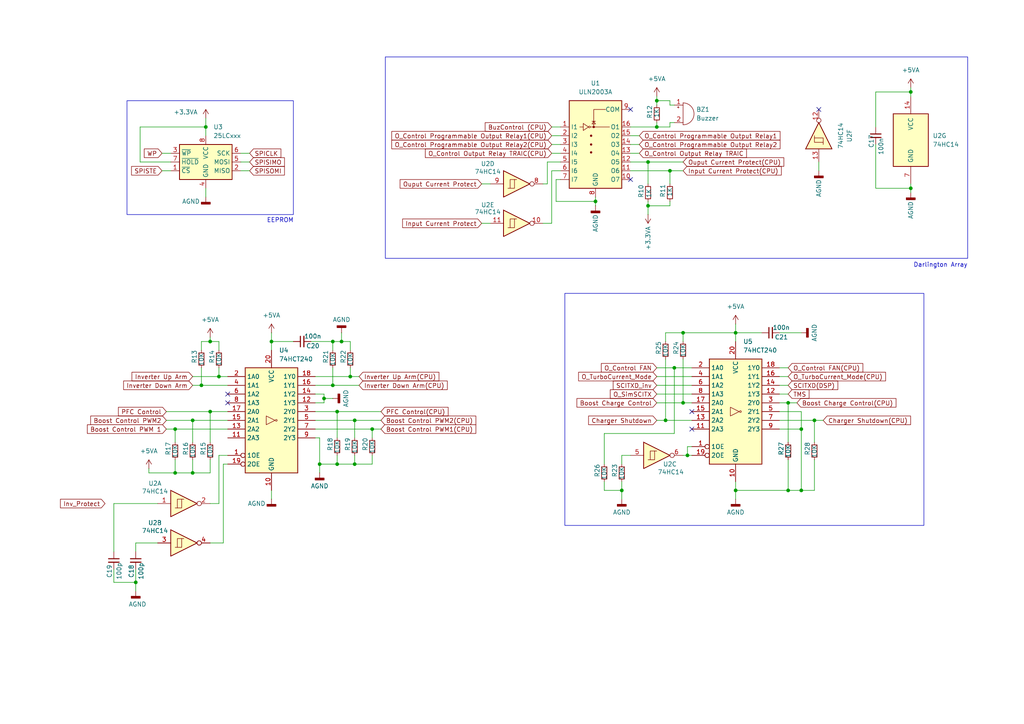
<source format=kicad_sch>
(kicad_sch (version 20231120) (generator "eeschema") (generator_version "8.0")
  (paper "A4")
  (lib_symbols
    (symbol "74xx:74HC14" (pin_names (offset 1.016))
      (property "Reference" "U" (at 0 1.27 0))
      (property "Value" "74HC14" (at 0 -1.27 0))
      (symbol "74HC14_1_0"
        (polyline (pts (xy -3.81 3.81) (xy -3.81 -3.81) (xy 3.81 0) (xy -3.81 3.81)) (stroke (width 0.254)) (fill (type background)))
        (pin input line (at -7.62 0 0) (length 3.81) (name "~") (number "1"))
        (pin output inverted (at 7.62 0 180) (length 3.81) (name "~") (number "2"))
      )
      (symbol "74HC14_1_1"
        (polyline (pts (xy -1.905 -1.27) (xy -1.905 1.27) (xy -0.635 1.27)))
        (polyline (pts (xy -2.54 -1.27) (xy -0.635 -1.27) (xy -0.635 1.27) (xy 0 1.27)))
      )
      (symbol "74HC14_2_0"
        (polyline (pts (xy -3.81 3.81) (xy -3.81 -3.81) (xy 3.81 0) (xy -3.81 3.81)) (stroke (width 0.254)) (fill (type background)))
        (pin input line (at -7.62 0 0) (length 3.81) (name "~") (number "3"))
        (pin output inverted (at 7.62 0 180) (length 3.81) (name "~") (number "4"))
      )
      (symbol "74HC14_2_1"
        (polyline (pts (xy -1.905 -1.27) (xy -1.905 1.27) (xy -0.635 1.27)))
        (polyline (pts (xy -2.54 -1.27) (xy -0.635 -1.27) (xy -0.635 1.27) (xy 0 1.27)))
      )
      (symbol "74HC14_3_0"
        (polyline (pts (xy -3.81 3.81) (xy -3.81 -3.81) (xy 3.81 0) (xy -3.81 3.81)) (stroke (width 0.254)) (fill (type background)))
        (pin input line (at -7.62 0 0) (length 3.81) (name "~") (number "5"))
        (pin output inverted (at 7.62 0 180) (length 3.81) (name "~") (number "6"))
      )
      (symbol "74HC14_3_1"
        (polyline (pts (xy -1.905 -1.27) (xy -1.905 1.27) (xy -0.635 1.27)))
        (polyline (pts (xy -2.54 -1.27) (xy -0.635 -1.27) (xy -0.635 1.27) (xy 0 1.27)))
      )
      (symbol "74HC14_4_0"
        (polyline (pts (xy -3.81 3.81) (xy -3.81 -3.81) (xy 3.81 0) (xy -3.81 3.81)) (stroke (width 0.254)) (fill (type background)))
        (pin output inverted (at 7.62 0 180) (length 3.81) (name "~") (number "8"))
        (pin input line (at -7.62 0 0) (length 3.81) (name "~") (number "9"))
      )
      (symbol "74HC14_4_1"
        (polyline (pts (xy -1.905 -1.27) (xy -1.905 1.27) (xy -0.635 1.27)))
        (polyline (pts (xy -2.54 -1.27) (xy -0.635 -1.27) (xy -0.635 1.27) (xy 0 1.27)))
      )
      (symbol "74HC14_5_0"
        (polyline (pts (xy -3.81 3.81) (xy -3.81 -3.81) (xy 3.81 0) (xy -3.81 3.81)) (stroke (width 0.254)) (fill (type background)))
        (pin output inverted (at 7.62 0 180) (length 3.81) (name "~") (number "10"))
        (pin input line (at -7.62 0 0) (length 3.81) (name "~") (number "11"))
      )
      (symbol "74HC14_5_1"
        (polyline (pts (xy -1.905 -1.27) (xy -1.905 1.27) (xy -0.635 1.27)))
        (polyline (pts (xy -2.54 -1.27) (xy -0.635 -1.27) (xy -0.635 1.27) (xy 0 1.27)))
      )
      (symbol "74HC14_6_0"
        (polyline (pts (xy -3.81 3.81) (xy -3.81 -3.81) (xy 3.81 0) (xy -3.81 3.81)) (stroke (width 0.254)) (fill (type background)))
        (pin output inverted (at 7.62 0 180) (length 3.81) (name "~") (number "12"))
        (pin input line (at -7.62 0 0) (length 3.81) (name "~") (number "13"))
      )
      (symbol "74HC14_6_1"
        (polyline (pts (xy -1.905 -1.27) (xy -1.905 1.27) (xy -0.635 1.27)))
        (polyline (pts (xy -2.54 -1.27) (xy -0.635 -1.27) (xy -0.635 1.27) (xy 0 1.27)))
      )
      (symbol "74HC14_7_0"
        (pin power_in line (at 0 12.7 270) (length 5.08) (name "VCC") (number "14"))
        (pin power_in line (at 0 -12.7 90) (length 5.08) (name "GND") (number "7"))
      )
      (symbol "74HC14_7_1"
        (rectangle (start -5.08 7.62) (end 5.08 -7.62) (stroke (width 0.254)) (fill (type background)))
      )
    )
    (symbol "74xx:74HCT240"
      (property "Reference" "U" (at -7.62 16.51 0))
      (property "Value" "74HCT240" (at -7.62 -16.51 0))
      (symbol "74HCT240_1_0"
        (polyline (pts (xy 1.016 0) (xy -1.524 1.27) (xy -1.524 -1.27) (xy 1.016 0)) (stroke (width 0.1524)))
        (circle (center 1.397 0) (radius 0.254) (stroke (width 0.1524)))
        (pin input inverted (at -12.7 -10.16 0) (length 5.08) (name "1OE") (number "1"))
        (pin power_in line (at 0 -20.32 90) (length 5.08) (name "GND") (number "10"))
        (pin input line (at -12.7 -5.08 0) (length 5.08) (name "2A3") (number "11"))
        (pin tri_state line (at 12.7 5.08 180) (length 5.08) (name "1Y3") (number "12"))
        (pin input line (at -12.7 -2.54 0) (length 5.08) (name "2A2") (number "13"))
        (pin tri_state line (at 12.7 7.62 180) (length 5.08) (name "1Y2") (number "14"))
        (pin input line (at -12.7 0 0) (length 5.08) (name "2A1") (number "15"))
        (pin tri_state line (at 12.7 10.16 180) (length 5.08) (name "1Y1") (number "16"))
        (pin input line (at -12.7 2.54 0) (length 5.08) (name "2A0") (number "17"))
        (pin tri_state line (at 12.7 12.7 180) (length 5.08) (name "1Y0") (number "18"))
        (pin input inverted (at -12.7 -12.7 0) (length 5.08) (name "2OE") (number "19"))
        (pin input line (at -12.7 12.7 0) (length 5.08) (name "1A0") (number "2"))
        (pin power_in line (at 0 20.32 270) (length 5.08) (name "VCC") (number "20"))
        (pin tri_state line (at 12.7 2.54 180) (length 5.08) (name "2Y0") (number "3"))
        (pin input line (at -12.7 10.16 0) (length 5.08) (name "1A1") (number "4"))
        (pin tri_state line (at 12.7 0 180) (length 5.08) (name "2Y1") (number "5"))
        (pin input line (at -12.7 7.62 0) (length 5.08) (name "1A2") (number "6"))
        (pin tri_state line (at 12.7 -2.54 180) (length 5.08) (name "2Y2") (number "7"))
        (pin input line (at -12.7 5.08 0) (length 5.08) (name "1A3") (number "8"))
        (pin tri_state line (at 12.7 -5.08 180) (length 5.08) (name "2Y3") (number "9"))
      )
      (symbol "74HCT240_1_1"
        (rectangle (start -7.62 15.24) (end 7.62 -15.24) (stroke (width 0.254)) (fill (type background)))
      )
    )
    (symbol "Device:Buzzer" (pin_names (offset 0.0254) hide)
      (property "Reference" "BZ" (at 3.81 1.27 0))
      (property "Value" "Buzzer" (at 3.81 -1.27 0))
      (symbol "Buzzer_0_1"
        (arc (start 0 -3.175) (mid 3.1612 0) (end 0 3.175))
        (polyline (pts (xy -1.651 1.905) (xy -1.143 1.905)))
        (polyline (pts (xy -1.397 2.159) (xy -1.397 1.651)))
        (polyline (pts (xy 0 3.175) (xy 0 -3.175)))
      )
      (symbol "Buzzer_1_1"
        (pin passive line (at -2.54 2.54 0) (length 2.54) (name "+") (number "1"))
        (pin passive line (at -2.54 -2.54 0) (length 2.54) (name "-") (number "2"))
      )
    )
    (symbol "Device:C_Small" (pin_numbers hide) (pin_names (offset 0.254) hide)
      (property "Reference" "C" (at 0.254 1.778 0))
      (property "Value" "C_Small" (at 0.254 -2.032 0))
      (symbol "C_Small_0_1"
        (polyline (pts (xy -1.524 -0.508) (xy 1.524 -0.508)) (stroke (width 0.3302)))
        (polyline (pts (xy -1.524 0.508) (xy 1.524 0.508)) (stroke (width 0.3048)))
      )
      (symbol "C_Small_1_1"
        (pin passive line (at 0 2.54 270) (length 2.032) (name "~") (number "1"))
        (pin passive line (at 0 -2.54 90) (length 2.032) (name "~") (number "2"))
      )
    )
    (symbol "Device:R_Small" (pin_numbers hide) (pin_names (offset 0.254) hide)
      (property "Reference" "R" (at 0.762 0.508 0))
      (property "Value" "R_Small" (at 0.762 -1.016 0))
      (symbol "R_Small_0_1"
        (rectangle (start -0.762 1.778) (end 0.762 -1.778) (stroke (width 0.2032)))
      )
      (symbol "R_Small_1_1"
        (pin passive line (at 0 2.54 270) (length 0.762) (name "~") (number "1"))
        (pin passive line (at 0 -2.54 90) (length 0.762) (name "~") (number "2"))
      )
    )
    (symbol "Memory_EEPROM:25LCxxx"
      (property "Reference" "U" (at -7.62 6.35 0))
      (property "Value" "25LCxxx" (at 2.54 -6.35 0))
      (symbol "25LCxxx_1_1"
        (rectangle (start -7.62 5.08) (end 7.62 -5.08) (stroke (width 0.254)) (fill (type background)))
        (pin input line (at -10.16 -2.54 0) (length 2.54) (name "~{CS}") (number "1"))
        (pin tri_state line (at 10.16 -2.54 180) (length 2.54) (name "MISO") (number "2"))
        (pin input line (at -10.16 2.54 0) (length 2.54) (name "~{WP}") (number "3"))
        (pin power_in line (at 0 -7.62 90) (length 2.54) (name "GND") (number "4"))
        (pin input line (at 10.16 0 180) (length 2.54) (name "MOSI") (number "5"))
        (pin input line (at 10.16 2.54 180) (length 2.54) (name "SCK") (number "6"))
        (pin input line (at -10.16 0 0) (length 2.54) (name "~{HOLD}") (number "7"))
        (pin power_in line (at 0 7.62 270) (length 2.54) (name "VCC") (number "8"))
      )
    )
    (symbol "Transistor_Array:ULN2003A"
      (property "Reference" "U" (at 0 15.875 0))
      (property "Value" "ULN2003A" (at 0 13.97 0))
      (symbol "ULN2003A_0_1"
        (rectangle (start -7.62 -12.7) (end 7.62 12.7) (stroke (width 0.254)) (fill (type background)))
        (circle (center -1.778 5.08) (radius 0.254))
        (circle (center -1.27 -2.286) (radius 0.254) (fill (type outline)))
        (circle (center -1.27 0) (radius 0.254) (fill (type outline)))
        (circle (center -1.27 2.54) (radius 0.254) (fill (type outline)))
        (circle (center -0.508 5.08) (radius 0.254) (fill (type outline)))
        (polyline (pts (xy -4.572 5.08) (xy -3.556 5.08)))
        (polyline (pts (xy -1.524 5.08) (xy 4.064 5.08)))
        (polyline (pts (xy 0 6.731) (xy -1.016 6.731)))
        (polyline (pts (xy -0.508 5.08) (xy -0.508 10.16) (xy 2.921 10.16)))
        (polyline (pts (xy -3.556 6.096) (xy -3.556 4.064) (xy -2.032 5.08) (xy -3.556 6.096)))
        (polyline (pts (xy 0 5.969) (xy -1.016 5.969) (xy -0.508 6.731) (xy 0 5.969)))
      )
      (symbol "ULN2003A_1_1"
        (pin input line (at -10.16 5.08 0) (length 2.54) (name "I1") (number "1"))
        (pin open_collector line (at 10.16 -10.16 180) (length 2.54) (name "O7") (number "10"))
        (pin open_collector line (at 10.16 -7.62 180) (length 2.54) (name "O6") (number "11"))
        (pin open_collector line (at 10.16 -5.08 180) (length 2.54) (name "O5") (number "12"))
        (pin open_collector line (at 10.16 -2.54 180) (length 2.54) (name "O4") (number "13"))
        (pin open_collector line (at 10.16 0 180) (length 2.54) (name "O3") (number "14"))
        (pin open_collector line (at 10.16 2.54 180) (length 2.54) (name "O2") (number "15"))
        (pin open_collector line (at 10.16 5.08 180) (length 2.54) (name "O1") (number "16"))
        (pin input line (at -10.16 2.54 0) (length 2.54) (name "I2") (number "2"))
        (pin input line (at -10.16 0 0) (length 2.54) (name "I3") (number "3"))
        (pin input line (at -10.16 -2.54 0) (length 2.54) (name "I4") (number "4"))
        (pin input line (at -10.16 -5.08 0) (length 2.54) (name "I5") (number "5"))
        (pin input line (at -10.16 -7.62 0) (length 2.54) (name "I6") (number "6"))
        (pin input line (at -10.16 -10.16 0) (length 2.54) (name "I7") (number "7"))
        (pin power_in line (at 0 -15.24 90) (length 2.54) (name "GND") (number "8"))
        (pin passive line (at 10.16 10.16 180) (length 2.54) (name "COM") (number "9"))
      )
    )
    (symbol "power:+3.3VA" (power) (pin_numbers hide) (pin_names (offset 0) hide)
      (property "Value" "+3.3VA" (at 0 3.556 0))
      (symbol "+3.3VA_0_1"
        (polyline (pts (xy -0.762 1.27) (xy 0 2.54)))
        (polyline (pts (xy 0 0) (xy 0 2.54)))
        (polyline (pts (xy 0 2.54) (xy 0.762 1.27)))
      )
      (symbol "+3.3VA_1_1"
        (pin power_in line (at 0 0 90) (length 0) (name "~") (number "1"))
      )
    )
    (symbol "power:+5VA" (power) (pin_numbers hide) (pin_names (offset 0) hide)
      (property "Value" "+5VA" (at 0 3.556 0))
      (symbol "+5VA_0_1"
        (polyline (pts (xy -0.762 1.27) (xy 0 2.54)))
        (polyline (pts (xy 0 0) (xy 0 2.54)))
        (polyline (pts (xy 0 2.54) (xy 0.762 1.27)))
      )
      (symbol "+5VA_1_1"
        (pin power_in line (at 0 0 90) (length 0) (name "~") (number "1"))
      )
    )
    (symbol "power:GNDD" (power) (pin_numbers hide) (pin_names (offset 0) hide)
      (property "Value" "GNDD" (at 0 -3.175 0))
      (symbol "GNDD_0_1"
        (rectangle (start -1.27 -1.524) (end 1.27 -2.032) (stroke (width 0.254)) (fill (type outline)))
        (polyline (pts (xy 0 0) (xy 0 -1.524)))
      )
      (symbol "GNDD_1_1"
        (pin power_in line (at 0 0 270) (length 0) (name "~") (number "1"))
      )
    )
  )
  (junction (at 198.12 116.84))
  (junction (at 213.36 142.24))
  (junction (at 228.6 116.84))
  (junction (at 102.87 134.62))
  (junction (at 39.37 168.91))
  (junction (at 180.34 142.24))
  (junction (at 193.04 121.92))
  (junction (at 194.31 49.53))
  (junction (at 107.95 124.46))
  (junction (at 190.5 36.83))
  (junction (at 60.96 99.06))
  (junction (at 172.72 58.42))
  (junction (at 190.5 29.21))
  (junction (at 232.41 124.46))
  (junction (at 50.8 137.16))
  (junction (at 198.12 96.52))
  (junction (at 96.52 111.76))
  (junction (at 236.22 121.92))
  (junction (at 78.74 99.06))
  (junction (at 187.96 46.99))
  (junction (at 228.6 142.24))
  (junction (at 60.96 119.38))
  (junction (at 97.79 119.38))
  (junction (at 55.88 137.16))
  (junction (at 93.98 115.57))
  (junction (at 92.71 134.62))
  (junction (at 58.42 111.76))
  (junction (at 55.88 121.92))
  (junction (at 195.58 106.68))
  (junction (at 96.52 99.06))
  (junction (at 99.06 99.06))
  (junction (at 232.41 142.24))
  (junction (at 59.69 36.83))
  (junction (at 264.16 26.67))
  (junction (at 63.5 109.22))
  (junction (at 50.8 124.46))
  (junction (at 101.6 109.22))
  (junction (at 102.87 121.92))
  (junction (at 264.16 54.61))
  (junction (at 213.36 96.52))
  (junction (at 199.39 132.08))
  (junction (at 187.96 59.69))
  (junction (at 97.79 134.62))
  (no_connect (at 66.04 114.3))
  (no_connect (at 66.04 116.84))
  (no_connect (at 237.49 31.75))
  (no_connect (at 182.88 31.75))
  (no_connect (at 200.66 119.38))
  (no_connect (at 200.66 124.46))
  (no_connect (at 182.88 52.07))
  (wire (pts (xy 190.5 114.3) (xy 200.66 114.3)))
  (wire (pts (xy 226.06 96.52) (xy 232.41 96.52)))
  (wire (pts (xy 85.09 99.06) (xy 78.74 99.06)))
  (wire (pts (xy 63.5 109.22) (xy 66.04 109.22)))
  (wire (pts (xy 195.58 35.56) (xy 194.31 35.56)))
  (wire (pts (xy 64.77 134.62) (xy 64.77 157.48)))
  (wire (pts (xy 102.87 134.62) (xy 97.79 134.62)))
  (wire (pts (xy 160.02 36.83) (xy 162.56 36.83)))
  (wire (pts (xy 213.36 93.98) (xy 213.36 96.52)))
  (wire (pts (xy 199.39 129.54) (xy 199.39 132.08)))
  (wire (pts (xy 60.96 119.38) (xy 66.04 119.38)))
  (wire (pts (xy 193.04 96.52) (xy 198.12 96.52)))
  (wire (pts (xy 198.12 104.14) (xy 198.12 116.84)))
  (wire (pts (xy 160.02 39.37) (xy 162.56 39.37)))
  (wire (pts (xy 69.85 44.45) (xy 72.39 44.45)))
  (wire (pts (xy 194.31 36.83) (xy 190.5 36.83)))
  (wire (pts (xy 194.31 29.21) (xy 190.5 29.21)))
  (wire (pts (xy 236.22 133.35) (xy 236.22 142.24)))
  (wire (pts (xy 228.6 133.35) (xy 228.6 142.24)))
  (wire (pts (xy 190.5 27.94) (xy 190.5 29.21)))
  (wire (pts (xy 66.04 132.08) (xy 63.5 132.08)))
  (wire (pts (xy 101.6 109.22) (xy 104.14 109.22)))
  (wire (pts (xy 182.88 41.91) (xy 185.42 41.91)))
  (wire (pts (xy 50.8 124.46) (xy 50.8 128.27)))
  (wire (pts (xy 55.88 133.35) (xy 55.88 137.16)))
  (wire (pts (xy 187.96 59.69) (xy 187.96 62.23)))
  (wire (pts (xy 55.88 137.16) (xy 50.8 137.16)))
  (wire (pts (xy 60.96 146.05) (xy 63.5 146.05)))
  (wire (pts (xy 193.04 121.92) (xy 200.66 121.92)))
  (wire (pts (xy 110.49 124.46) (xy 107.95 124.46)))
  (wire (pts (xy 236.22 121.92) (xy 238.76 121.92)))
  (wire (pts (xy 194.31 30.48) (xy 194.31 29.21)))
  (wire (pts (xy 226.06 114.3) (xy 228.6 114.3)))
  (wire (pts (xy 107.95 134.62) (xy 102.87 134.62)))
  (wire (pts (xy 45.72 146.05) (xy 33.02 146.05)))
  (wire (pts (xy 226.06 116.84) (xy 228.6 116.84)))
  (wire (pts (xy 172.72 57.15) (xy 172.72 58.42)))
  (wire (pts (xy 92.71 127) (xy 91.44 127)))
  (wire (pts (xy 46.99 44.45) (xy 49.53 44.45)))
  (wire (pts (xy 96.52 99.06) (xy 99.06 99.06)))
  (wire (pts (xy 228.6 142.24) (xy 213.36 142.24)))
  (wire (pts (xy 55.88 109.22) (xy 63.5 109.22)))
  (wire (pts (xy 232.41 142.24) (xy 228.6 142.24)))
  (wire (pts (xy 213.36 142.24) (xy 213.36 144.78)))
  (wire (pts (xy 161.29 52.07) (xy 161.29 58.42)))
  (wire (pts (xy 50.8 133.35) (xy 50.8 137.16)))
  (wire (pts (xy 33.02 146.05) (xy 33.02 160.02)))
  (wire (pts (xy 55.88 121.92) (xy 55.88 128.27)))
  (wire (pts (xy 194.31 35.56) (xy 194.31 36.83)))
  (wire (pts (xy 226.06 106.68) (xy 228.6 106.68)))
  (wire (pts (xy 45.72 157.48) (xy 39.37 157.48)))
  (wire (pts (xy 139.7 53.34) (xy 142.24 53.34)))
  (wire (pts (xy 232.41 119.38) (xy 232.41 124.46)))
  (wire (pts (xy 264.16 26.67) (xy 264.16 27.94)))
  (wire (pts (xy 190.5 29.21) (xy 190.5 30.48)))
  (wire (pts (xy 69.85 49.53) (xy 72.39 49.53)))
  (wire (pts (xy 162.56 52.07) (xy 161.29 52.07)))
  (wire (pts (xy 92.71 127) (xy 92.71 134.62)))
  (wire (pts (xy 102.87 121.92) (xy 102.87 127)))
  (wire (pts (xy 101.6 106.68) (xy 101.6 109.22)))
  (wire (pts (xy 50.8 124.46) (xy 66.04 124.46)))
  (wire (pts (xy 231.14 116.84) (xy 228.6 116.84)))
  (wire (pts (xy 180.34 134.62) (xy 180.34 132.08)))
  (wire (pts (xy 39.37 165.1) (xy 39.37 168.91)))
  (wire (pts (xy 213.36 96.52) (xy 220.98 96.52)))
  (wire (pts (xy 226.06 111.76) (xy 228.6 111.76)))
  (wire (pts (xy 157.48 53.34) (xy 158.75 53.34)))
  (wire (pts (xy 160.02 41.91) (xy 162.56 41.91)))
  (wire (pts (xy 96.52 101.6) (xy 96.52 99.06)))
  (wire (pts (xy 236.22 142.24) (xy 232.41 142.24)))
  (wire (pts (xy 93.98 114.3) (xy 93.98 115.57)))
  (wire (pts (xy 187.96 46.99) (xy 187.96 53.34)))
  (wire (pts (xy 58.42 106.68) (xy 58.42 111.76)))
  (wire (pts (xy 182.88 39.37) (xy 185.42 39.37)))
  (wire (pts (xy 195.58 106.68) (xy 200.66 106.68)))
  (wire (pts (xy 78.74 99.06) (xy 78.74 101.6)))
  (wire (pts (xy 190.5 116.84) (xy 198.12 116.84)))
  (wire (pts (xy 162.56 49.53) (xy 160.02 49.53)))
  (wire (pts (xy 198.12 132.08) (xy 199.39 132.08)))
  (wire (pts (xy 66.04 134.62) (xy 64.77 134.62)))
  (wire (pts (xy 55.88 121.92) (xy 66.04 121.92)))
  (wire (pts (xy 158.75 46.99) (xy 158.75 53.34)))
  (wire (pts (xy 50.8 137.16) (xy 43.18 137.16)))
  (wire (pts (xy 63.5 99.06) (xy 63.5 101.6)))
  (wire (pts (xy 190.5 35.56) (xy 190.5 36.83)))
  (wire (pts (xy 91.44 109.22) (xy 101.6 109.22)))
  (wire (pts (xy 193.04 104.14) (xy 193.04 121.92)))
  (wire (pts (xy 107.95 124.46) (xy 107.95 127)))
  (wire (pts (xy 39.37 157.48) (xy 39.37 160.02)))
  (wire (pts (xy 59.69 54.61) (xy 59.69 57.15)))
  (wire (pts (xy 190.5 121.92) (xy 193.04 121.92)))
  (wire (pts (xy 39.37 168.91) (xy 39.37 171.45)))
  (wire (pts (xy 59.69 36.83) (xy 59.69 39.37)))
  (wire (pts (xy 96.52 111.76) (xy 104.14 111.76)))
  (wire (pts (xy 97.79 134.62) (xy 97.79 132.08)))
  (wire (pts (xy 43.18 137.16) (xy 43.18 135.89)))
  (wire (pts (xy 48.26 124.46) (xy 50.8 124.46)))
  (wire (pts (xy 193.04 99.06) (xy 193.04 96.52)))
  (wire (pts (xy 91.44 124.46) (xy 107.95 124.46)))
  (wire (pts (xy 199.39 132.08) (xy 200.66 132.08)))
  (wire (pts (xy 187.96 46.99) (xy 198.12 46.99)))
  (wire (pts (xy 40.64 36.83) (xy 59.69 36.83)))
  (wire (pts (xy 187.96 58.42) (xy 187.96 59.69)))
  (wire (pts (xy 254 41.91) (xy 254 54.61)))
  (wire (pts (xy 161.29 58.42) (xy 172.72 58.42)))
  (wire (pts (xy 78.74 96.52) (xy 78.74 99.06)))
  (wire (pts (xy 228.6 116.84) (xy 228.6 128.27)))
  (wire (pts (xy 55.88 111.76) (xy 58.42 111.76)))
  (wire (pts (xy 60.96 157.48) (xy 64.77 157.48)))
  (wire (pts (xy 175.26 125.73) (xy 175.26 134.62)))
  (wire (pts (xy 180.34 139.7) (xy 180.34 142.24)))
  (wire (pts (xy 48.26 119.38) (xy 60.96 119.38)))
  (wire (pts (xy 63.5 132.08) (xy 63.5 146.05)))
  (wire (pts (xy 58.42 101.6) (xy 58.42 99.06)))
  (wire (pts (xy 180.34 142.24) (xy 180.34 144.78)))
  (wire (pts (xy 160.02 64.77) (xy 157.48 64.77)))
  (wire (pts (xy 226.06 109.22) (xy 228.6 109.22)))
  (wire (pts (xy 198.12 116.84) (xy 200.66 116.84)))
  (wire (pts (xy 93.98 115.57) (xy 93.98 116.84)))
  (wire (pts (xy 254 54.61) (xy 264.16 54.61)))
  (wire (pts (xy 226.06 124.46) (xy 232.41 124.46)))
  (wire (pts (xy 60.96 99.06) (xy 63.5 99.06)))
  (wire (pts (xy 237.49 46.99) (xy 237.49 49.53)))
  (wire (pts (xy 60.96 133.35) (xy 60.96 137.16)))
  (wire (pts (xy 198.12 96.52) (xy 213.36 96.52)))
  (wire (pts (xy 102.87 132.08) (xy 102.87 134.62)))
  (wire (pts (xy 236.22 121.92) (xy 236.22 128.27)))
  (wire (pts (xy 58.42 111.76) (xy 66.04 111.76)))
  (wire (pts (xy 33.02 165.1) (xy 33.02 168.91)))
  (wire (pts (xy 190.5 106.68) (xy 195.58 106.68)))
  (wire (pts (xy 182.88 46.99) (xy 187.96 46.99)))
  (wire (pts (xy 99.06 96.52) (xy 99.06 99.06)))
  (wire (pts (xy 63.5 106.68) (xy 63.5 109.22)))
  (wire (pts (xy 91.44 121.92) (xy 102.87 121.92)))
  (wire (pts (xy 90.17 99.06) (xy 96.52 99.06)))
  (wire (pts (xy 194.31 58.42) (xy 194.31 59.69)))
  (wire (pts (xy 172.72 58.42) (xy 172.72 59.69)))
  (wire (pts (xy 102.87 121.92) (xy 110.49 121.92)))
  (wire (pts (xy 254 36.83) (xy 254 26.67)))
  (wire (pts (xy 60.96 119.38) (xy 60.96 128.27)))
  (wire (pts (xy 78.74 142.24) (xy 78.74 144.78)))
  (wire (pts (xy 194.31 59.69) (xy 187.96 59.69)))
  (wire (pts (xy 60.96 97.79) (xy 60.96 99.06)))
  (wire (pts (xy 97.79 119.38) (xy 110.49 119.38)))
  (wire (pts (xy 180.34 132.08) (xy 182.88 132.08)))
  (wire (pts (xy 92.71 134.62) (xy 97.79 134.62)))
  (wire (pts (xy 160.02 44.45) (xy 162.56 44.45)))
  (wire (pts (xy 91.44 119.38) (xy 97.79 119.38)))
  (wire (pts (xy 194.31 49.53) (xy 198.12 49.53)))
  (wire (pts (xy 46.99 49.53) (xy 49.53 49.53)))
  (wire (pts (xy 48.26 121.92) (xy 55.88 121.92)))
  (wire (pts (xy 175.26 139.7) (xy 175.26 142.24)))
  (wire (pts (xy 49.53 46.99) (xy 40.64 46.99)))
  (wire (pts (xy 195.58 106.68) (xy 195.58 125.73)))
  (wire (pts (xy 264.16 54.61) (xy 264.16 55.88)))
  (wire (pts (xy 91.44 111.76) (xy 96.52 111.76)))
  (wire (pts (xy 213.36 96.52) (xy 213.36 99.06)))
  (wire (pts (xy 226.06 121.92) (xy 236.22 121.92)))
  (wire (pts (xy 33.02 168.91) (xy 39.37 168.91)))
  (wire (pts (xy 59.69 34.29) (xy 59.69 36.83)))
  (wire (pts (xy 190.5 109.22) (xy 200.66 109.22)))
  (wire (pts (xy 182.88 44.45) (xy 185.42 44.45)))
  (wire (pts (xy 96.52 106.68) (xy 96.52 111.76)))
  (wire (pts (xy 91.44 116.84) (xy 93.98 116.84)))
  (wire (pts (xy 40.64 46.99) (xy 40.64 36.83)))
  (wire (pts (xy 232.41 124.46) (xy 232.41 142.24)))
  (wire (pts (xy 107.95 132.08) (xy 107.95 134.62)))
  (wire (pts (xy 182.88 36.83) (xy 190.5 36.83)))
  (wire (pts (xy 200.66 129.54) (xy 199.39 129.54)))
  (wire (pts (xy 264.16 53.34) (xy 264.16 54.61)))
  (wire (pts (xy 91.44 114.3) (xy 93.98 114.3)))
  (wire (pts (xy 194.31 49.53) (xy 194.31 53.34)))
  (wire (pts (xy 195.58 30.48) (xy 194.31 30.48)))
  (wire (pts (xy 264.16 25.4) (xy 264.16 26.67)))
  (wire (pts (xy 93.98 115.57) (xy 96.52 115.57)))
  (wire (pts (xy 60.96 137.16) (xy 55.88 137.16)))
  (wire (pts (xy 213.36 139.7) (xy 213.36 142.24)))
  (wire (pts (xy 162.56 46.99) (xy 158.75 46.99)))
  (wire (pts (xy 198.12 96.52) (xy 198.12 99.06)))
  (wire (pts (xy 254 26.67) (xy 264.16 26.67)))
  (wire (pts (xy 175.26 142.24) (xy 180.34 142.24)))
  (wire (pts (xy 195.58 125.73) (xy 175.26 125.73)))
  (wire (pts (xy 97.79 119.38) (xy 97.79 127)))
  (wire (pts (xy 226.06 119.38) (xy 232.41 119.38)))
  (wire (pts (xy 92.71 134.62) (xy 92.71 137.16)))
  (wire (pts (xy 190.5 111.76) (xy 200.66 111.76)))
  (wire (pts (xy 182.88 49.53) (xy 194.31 49.53)))
  (wire (pts (xy 101.6 99.06) (xy 101.6 101.6)))
  (wire (pts (xy 160.02 49.53) (xy 160.02 64.77)))
  (wire (pts (xy 58.42 99.06) (xy 60.96 99.06)))
  (wire (pts (xy 139.7 64.77) (xy 142.24 64.77)))
  (wire (pts (xy 99.06 99.06) (xy 101.6 99.06)))
  (wire (pts (xy 69.85 46.99) (xy 72.39 46.99)))
  (rectangle (start 36.83 29.21) (end 85.09 62.23))
  (rectangle (start 111.76 16.51) (end 280.67 74.93))
  (rectangle (start 163.83 85.09) (end 267.97 152.4))
  (text "Darlington Array" (at 272.796 76.962 0) (effects (font (size 1.27 1.27))))
  (text "EEPROM" (at 81.28 64.008 0) (effects (font (size 1.27 1.27))))
  (global_label "SCITXD(DSP)" (shape input) (at 228.6 111.76 0) (property "Intersheetrefs" "${INTERSHEET_REFS}" (effects (hide yes))))
  (global_label "Boost Control PWM 1" (shape input) (at 48.26 124.46 180) (property "Intersheetrefs" "${INTERSHEET_REFS}" (effects (hide yes))))
  (global_label "Charger Shutdown" (shape input) (at 190.5 121.92 180) (property "Intersheetrefs" "${INTERSHEET_REFS}" (effects (hide yes))))
  (global_label "Inv_Protect" (shape input) (at 30.48 146.05 180) (property "Intersheetrefs" "${INTERSHEET_REFS}" (effects (hide yes))))
  (global_label "SCITXD_inv" (shape input) (at 190.5 111.76 180) (property "Intersheetrefs" "${INTERSHEET_REFS}" (effects (hide yes))))
  (global_label "SPICLK" (shape input) (at 72.39 44.45 0) (property "Intersheetrefs" "${INTERSHEET_REFS}" (effects (hide yes))))
  (global_label "Inverter Down Arm(CPU)" (shape input) (at 104.14 111.76 0) (property "Intersheetrefs" "${INTERSHEET_REFS}" (effects (hide yes))))
  (global_label "Boost Control PWM2(CPU)" (shape input) (at 110.49 121.92 0) (property "Intersheetrefs" "${INTERSHEET_REFS}" (effects (hide yes))))
  (global_label "O_Control Programmable Output Relay1(CPU)" (shape input) (at 160.02 39.37 180) (property "Intersheetrefs" "${INTERSHEET_REFS}" (effects (hide yes))))
  (global_label "O_TurboCurrent_Mode(CPU)" (shape input) (at 228.6 109.22 0) (property "Intersheetrefs" "${INTERSHEET_REFS}" (effects (hide yes))))
  (global_label "O_Control FAN" (shape input) (at 190.5 106.68 180) (property "Intersheetrefs" "${INTERSHEET_REFS}" (effects (hide yes))))
  (global_label "O_SimSCITX" (shape input) (at 190.5 114.3 180) (property "Intersheetrefs" "${INTERSHEET_REFS}" (effects (hide yes))))
  (global_label "Inverter Down Arm" (shape input) (at 55.88 111.76 180) (property "Intersheetrefs" "${INTERSHEET_REFS}" (effects (hide yes))))
  (global_label "Inverter Up Arm(CPU)" (shape input) (at 104.14 109.22 0) (property "Intersheetrefs" "${INTERSHEET_REFS}" (effects (hide yes))))
  (global_label "Ouput Current Protect" (shape input) (at 139.7 53.34 180) (property "Intersheetrefs" "${INTERSHEET_REFS}" (effects (hide yes))))
  (global_label "Input Current Protect(CPU)" (shape input) (at 198.12 49.53 0) (property "Intersheetrefs" "${INTERSHEET_REFS}" (effects (hide yes))))
  (global_label "O_Control Programmable Output Relay2" (shape input) (at 185.42 41.91 0) (property "Intersheetrefs" "${INTERSHEET_REFS}" (effects (hide yes))))
  (global_label "O_Control FAN(CPU)" (shape input) (at 228.6 106.68 0) (property "Intersheetrefs" "${INTERSHEET_REFS}" (effects (hide yes))))
  (global_label "O_TurboCurrent_Mode" (shape input) (at 190.5 109.22 180) (property "Intersheetrefs" "${INTERSHEET_REFS}" (effects (hide yes))))
  (global_label "Boost Charge Control(CPU)" (shape input) (at 231.14 116.84 0) (property "Intersheetrefs" "${INTERSHEET_REFS}" (effects (hide yes))))
  (global_label "O_Control Output Relay TRAIC" (shape input) (at 185.42 44.45 0) (property "Intersheetrefs" "${INTERSHEET_REFS}" (effects (hide yes))))
  (global_label "Boost Charge Control" (shape input) (at 190.5 116.84 180) (property "Intersheetrefs" "${INTERSHEET_REFS}" (effects (hide yes))))
  (global_label "PFC Control" (shape input) (at 48.26 119.38 180) (property "Intersheetrefs" "${INTERSHEET_REFS}" (effects (hide yes))))
  (global_label "Charger Shutdown(CPU)" (shape input) (at 238.76 121.92 0) (property "Intersheetrefs" "${INTERSHEET_REFS}" (effects (hide yes))))
  (global_label "O_Control Programmable Output Relay2(CPU)" (shape input) (at 160.02 41.91 180) (property "Intersheetrefs" "${INTERSHEET_REFS}" (effects (hide yes))))
  (global_label "SPISOMI" (shape input) (at 72.39 49.53 0) (property "Intersheetrefs" "${INTERSHEET_REFS}" (effects (hide yes))))
  (global_label "Boost Control PWM1(CPU)" (shape input) (at 110.49 124.46 0) (property "Intersheetrefs" "${INTERSHEET_REFS}" (effects (hide yes))))
  (global_label "Inverter Up Arm" (shape input) (at 55.88 109.22 180) (property "Intersheetrefs" "${INTERSHEET_REFS}" (effects (hide yes))))
  (global_label "Ouput Current Protect(CPU)" (shape input) (at 198.12 46.99 0) (property "Intersheetrefs" "${INTERSHEET_REFS}" (effects (hide yes))))
  (global_label "SPISTE" (shape input) (at 46.99 49.53 180) (property "Intersheetrefs" "${INTERSHEET_REFS}" (effects (hide yes))))
  (global_label "O_Control Programmable Output Relay1" (shape input) (at 185.42 39.37 0) (property "Intersheetrefs" "${INTERSHEET_REFS}" (effects (hide yes))))
  (global_label "Input Current Protect" (shape input) (at 139.7 64.77 180) (property "Intersheetrefs" "${INTERSHEET_REFS}" (effects (hide yes))))
  (global_label "Boost Control PWM2" (shape input) (at 48.26 121.92 180) (property "Intersheetrefs" "${INTERSHEET_REFS}" (effects (hide yes))))
  (global_label "PFC Control(CPU)" (shape input) (at 110.49 119.38 0) (property "Intersheetrefs" "${INTERSHEET_REFS}" (effects (hide yes))))
  (global_label "O_Control Output Relay TRAIC(CPU)" (shape input) (at 160.02 44.45 180) (property "Intersheetrefs" "${INTERSHEET_REFS}" (effects (hide yes))))
  (global_label "WP" (shape input) (at 46.99 44.45 180) (property "Intersheetrefs" "${INTERSHEET_REFS}" (effects (hide yes))))
  (global_label "BuzControl (CPU)" (shape input) (at 160.02 36.83 180) (property "Intersheetrefs" "${INTERSHEET_REFS}" (effects (hide yes))))
  (global_label "TMS" (shape input) (at 228.6 114.3 0) (property "Intersheetrefs" "${INTERSHEET_REFS}" (effects (hide yes))))
  (global_label "SPISIMO" (shape input) (at 72.39 46.99 0) (property "Intersheetrefs" "${INTERSHEET_REFS}" (effects (hide yes))))
  (symbol (lib_id "Device:C_Small") (at 254 39.37 0) (unit 1)
    (property "Reference" "C17" (at 252.73 42.926 90) (effects (justify left)))
    (property "Value" "100n" (at 255.524 44.958 90) (effects (justify left)))
    (property "Description" "Unpolarized capacitor, small symbol" (effects (hide yes)))
  )
  (symbol (lib_id "power:+5VA") (at 213.36 93.98 0) (unit 1)
    (property "Reference" "#PWR046" (effects (hide yes)))
    (property "Value" "+5VA" (at 213.36 88.9 0))
    (property "Description" "Power symbol creates a global label with name \"+5VA\"" (effects (hide yes)))
  )
  (symbol (lib_id "74xx:74HC14") (at 264.16 40.64 0) (unit 7)
    (property "Reference" "U2" (at 270.51 39.3699 0) (effects (justify left)))
    (property "Value" "74HC14" (at 270.51 41.9099 0) (effects (justify left)))
    (property "Datasheet" "http://www.ti.com/lit/gpn/sn74HC14" (effects (hide yes)))
    (property "Description" "Hex inverter schmitt trigger" (effects (hide yes)))
  )
  (symbol (lib_id "power:GNDD") (at 232.41 96.52 90) (unit 1)
    (property "Reference" "#PWR048" (effects (hide yes)))
    (property "Value" "AGND" (at 236.22 96.52 0))
    (property "Description" "Power symbol creates a global label with name \"GNDD\" , digital ground" (effects (hide yes)))
  )
  (symbol (lib_id "power:GNDD") (at 264.16 55.88 0) (unit 1)
    (property "Reference" "#PWR032" (effects (hide yes)))
    (property "Value" "AGND" (at 264.16 60.96 90))
    (property "Description" "Power symbol creates a global label with name \"GNDD\" , digital ground" (effects (hide yes)))
  )
  (symbol (lib_id "power:GNDD") (at 99.06 96.52 180) (unit 1)
    (property "Reference" "#PWR043" (effects (hide yes)))
    (property "Value" "AGND" (at 99.06 92.71 0))
    (property "Description" "Power symbol creates a global label with name \"GNDD\" , digital ground" (effects (hide yes)))
  )
  (symbol (lib_id "74xx:74HCT240") (at 78.74 121.92 0) (unit 1)
    (property "Reference" "U4" (at 80.9341 101.6 0) (effects (justify left)))
    (property "Value" "74HCT240" (at 80.9341 104.14 0) (effects (justify left)))
    (property "Datasheet" "https://assets.nexperia.com/documents/data-sheet/74HC_HCT240.pdf" (effects (hide yes)))
    (property "Description" "8-bit buffer; 3-state; inverting" (effects (hide yes)))
  )
  (symbol (lib_id "Device:R_Small") (at 97.79 129.54 0) (unit 1)
    (property "Reference" "R18" (at 95.758 130.81 90) (effects (justify left)))
    (property "Value" "10K" (at 97.79 131.572 90) (effects (justify left)))
    (property "Description" "Resistor, small symbol" (effects (hide yes)))
  )
  (symbol (lib_id "Device:R_Small") (at 50.8 130.81 0) (unit 1)
    (property "Reference" "R17" (at 48.768 132.08 90) (effects (justify left)))
    (property "Value" "10K" (at 50.8 132.842 90) (effects (justify left)))
    (property "Description" "Resistor, small symbol" (effects (hide yes)))
  )
  (symbol (lib_id "Memory_EEPROM:25LCxxx") (at 59.69 46.99 0) (unit 1)
    (property "Reference" "U3" (at 61.8841 36.83 0) (effects (justify left)))
    (property "Value" "25LCxxx" (at 61.8841 39.37 0) (effects (justify left)))
    (property "Datasheet" "http://ww1.microchip.com/downloads/en/DeviceDoc/21832H.pdf" (effects (hide yes)))
    (property "Description" "SPI Serial EEPROM, DIP-8/SOIC-8/TSSOP-8" (effects (hide yes)))
  )
  (symbol (lib_id "Device:R_Small") (at 236.22 130.81 0) (unit 1)
    (property "Reference" "R28" (at 234.188 132.08 90) (effects (justify left)))
    (property "Value" "10K" (at 236.22 132.842 90) (effects (justify left)))
    (property "Description" "Resistor, small symbol" (effects (hide yes)))
  )
  (symbol (lib_id "Device:R_Small") (at 60.96 130.81 0) (unit 1)
    (property "Reference" "R15" (at 58.928 132.08 90) (effects (justify left)))
    (property "Value" "10K" (at 60.96 132.842 90) (effects (justify left)))
    (property "Description" "Resistor, small symbol" (effects (hide yes)))
  )
  (symbol (lib_id "power:+5VA") (at 43.18 135.89 0) (unit 1)
    (property "Reference" "#PWR039" (effects (hide yes)))
    (property "Value" "+5VA" (at 43.18 130.81 0))
    (property "Description" "Power symbol creates a global label with name \"+5VA\"" (effects (hide yes)))
  )
  (symbol (lib_id "Device:R_Small") (at 55.88 130.81 0) (unit 1)
    (property "Reference" "R16" (at 53.848 132.08 90) (effects (justify left)))
    (property "Value" "10K" (at 55.88 132.842 90) (effects (justify left)))
    (property "Description" "Resistor, small symbol" (effects (hide yes)))
  )
  (symbol (lib_id "Device:C_Small") (at 33.02 162.56 0) (unit 1)
    (property "Reference" "C19" (at 31.75 167.64 90) (effects (justify left)))
    (property "Value" "100p" (at 34.544 168.148 90) (effects (justify left)))
    (property "Description" "Unpolarized capacitor, small symbol" (effects (hide yes)))
  )
  (symbol (lib_id "Device:R_Small") (at 58.42 104.14 0) (unit 1)
    (property "Reference" "R13" (at 56.388 105.41 90) (effects (justify left)))
    (property "Value" "10K" (at 58.42 106.172 90) (effects (justify left)))
    (property "Description" "Resistor, small symbol" (effects (hide yes)))
  )
  (symbol (lib_id "power:+5VA") (at 78.74 96.52 0) (unit 1)
    (property "Reference" "#PWR040" (effects (hide yes)))
    (property "Value" "+5VA" (at 78.74 91.44 0))
    (property "Description" "Power symbol creates a global label with name \"+5VA\"" (effects (hide yes)))
  )
  (symbol (lib_id "power:GNDD") (at 39.37 171.45 0) (unit 1)
    (property "Reference" "#PWR044" (effects (hide yes)))
    (property "Value" "AGND" (at 39.878 175.26 0))
    (property "Description" "Power symbol creates a global label with name \"GNDD\" , digital ground" (effects (hide yes)))
  )
  (symbol (lib_id "Device:R_Small") (at 107.95 129.54 0) (unit 1)
    (property "Reference" "R20" (at 105.918 130.81 90) (effects (justify left)))
    (property "Value" "10K" (at 107.95 131.572 90) (effects (justify left)))
    (property "Description" "Resistor, small symbol" (effects (hide yes)))
  )
  (symbol (lib_id "power:GNDD") (at 96.52 115.57 90) (unit 1)
    (property "Reference" "#PWR042" (effects (hide yes)))
    (property "Value" "AGND" (at 100.33 115.57 0))
    (property "Description" "Power symbol creates a global label with name \"GNDD\" , digital ground" (effects (hide yes)))
  )
  (symbol (lib_id "power:GNDD") (at 213.36 144.78 0) (unit 1)
    (property "Reference" "#PWR047" (effects (hide yes)))
    (property "Value" "AGND" (at 213.36 148.59 0))
    (property "Description" "Power symbol creates a global label with name \"GNDD\" , digital ground" (effects (hide yes)))
  )
  (symbol (lib_id "Device:R_Small") (at 180.34 137.16 0) (unit 1)
    (property "Reference" "R23" (at 178.308 138.43 90) (effects (justify left)))
    (property "Value" "10K" (at 180.34 139.192 90) (effects (justify left)))
    (property "Description" "Resistor, small symbol" (effects (hide yes)))
  )
  (symbol (lib_id "Device:R_Small") (at 193.04 101.6 0) (unit 1)
    (property "Reference" "R25" (at 191.008 102.87 90) (effects (justify left)))
    (property "Value" "10K" (at 193.04 103.632 90) (effects (justify left)))
    (property "Description" "Resistor, small symbol" (effects (hide yes)))
  )
  (symbol (lib_id "power:+5VA") (at 60.96 97.79 0) (unit 1)
    (property "Reference" "#PWR038" (effects (hide yes)))
    (property "Value" "+5VA" (at 60.96 92.71 0))
    (property "Description" "Power symbol creates a global label with name \"+5VA\"" (effects (hide yes)))
  )
  (symbol (lib_id "Device:R_Small") (at 63.5 104.14 0) (unit 1)
    (property "Reference" "R14" (at 61.468 105.41 90) (effects (justify left)))
    (property "Value" "10K" (at 63.5 106.172 90) (effects (justify left)))
    (property "Description" "Resistor, small symbol" (effects (hide yes)))
  )
  (symbol (lib_id "74xx:74HC14") (at 149.86 53.34 0) (unit 4)
    (property "Reference" "U2" (at 141.478 47.498 0))
    (property "Value" "74HC14" (at 141.478 49.784 0))
    (property "Datasheet" "http://www.ti.com/lit/gpn/sn74HC14" (effects (hide yes)))
    (property "Description" "Hex inverter schmitt trigger" (effects (hide yes)))
  )
  (symbol (lib_id "74xx:74HC14") (at 53.34 157.48 0) (unit 2)
    (property "Reference" "U2" (at 44.958 151.638 0))
    (property "Value" "74HC14" (at 44.958 153.924 0))
    (property "Datasheet" "http://www.ti.com/lit/gpn/sn74HC14" (effects (hide yes)))
    (property "Description" "Hex inverter schmitt trigger" (effects (hide yes)))
  )
  (symbol (lib_id "power:GNDD") (at 180.34 144.78 0) (unit 1)
    (property "Reference" "#PWR045" (effects (hide yes)))
    (property "Value" "AGND" (at 180.34 148.59 0))
    (property "Description" "Power symbol creates a global label with name \"GNDD\" , digital ground" (effects (hide yes)))
  )
  (symbol (lib_id "Device:R_Small") (at 187.96 55.88 0) (unit 1)
    (property "Reference" "R10" (at 185.928 57.404 90) (effects (justify left)))
    (property "Value" "1K" (at 188.214 57.404 90) (effects (justify left)))
    (property "Description" "Resistor, small symbol" (effects (hide yes)))
  )
  (symbol (lib_id "power:GNDD") (at 59.69 57.15 0) (unit 1)
    (property "Reference" "#PWR036" (effects (hide yes)))
    (property "Value" "AGND" (at 55.372 58.42 0))
    (property "Description" "Power symbol creates a global label with name \"GNDD\" , digital ground" (effects (hide yes)))
  )
  (symbol (lib_id "Device:R_Small") (at 102.87 129.54 0) (unit 1)
    (property "Reference" "R19" (at 100.838 130.81 90) (effects (justify left)))
    (property "Value" "10K" (at 102.87 131.572 90) (effects (justify left)))
    (property "Description" "Resistor, small symbol" (effects (hide yes)))
  )
  (symbol (lib_id "power:+3.3VA") (at 187.96 62.23 180) (unit 1)
    (property "Reference" "#PWR02" (effects (hide yes)))
    (property "Value" "+3.3VA" (at 187.96 69.088 90))
    (property "Description" "Power symbol creates a global label with name \"+3.3VA\"" (effects (hide yes)))
  )
  (symbol (lib_id "power:+5VA") (at 190.5 27.94 0) (unit 1)
    (property "Reference" "#PWR031" (effects (hide yes)))
    (property "Value" "+5VA" (at 190.5 22.86 0))
    (property "Description" "Power symbol creates a global label with name \"+5VA\"" (effects (hide yes)))
  )
  (symbol (lib_id "Transistor_Array:ULN2003A") (at 172.72 41.91 0) (unit 1)
    (property "Reference" "U1" (at 172.72 24.13 0))
    (property "Value" "ULN2003A" (at 172.72 26.67 0))
    (property "Datasheet" "http://www.ti.com/lit/ds/symlink/uln2003a.pdf" (effects (hide yes)))
    (property "Description" "High Voltage, High Current Darlington Transistor Arrays, SOIC16/SOIC16W/DIP16/TSSOP16" (effects (hide yes)))
  )
  (symbol (lib_id "power:GNDD") (at 78.74 144.78 0) (unit 1)
    (property "Reference" "#PWR037" (effects (hide yes)))
    (property "Value" "AGND" (at 74.422 146.05 0))
    (property "Description" "Power symbol creates a global label with name \"GNDD\" , digital ground" (effects (hide yes)))
  )
  (symbol (lib_id "Device:R_Small") (at 190.5 33.02 0) (unit 1)
    (property "Reference" "R12" (at 188.4327 34.4164 90) (effects (justify left)))
    (property "Value" "1K" (at 190.4647 34.1624 90) (effects (justify left)))
    (property "Description" "Resistor, small symbol" (effects (hide yes)))
  )
  (symbol (lib_id "power:+5VA") (at 264.16 25.4 0) (unit 1)
    (property "Reference" "#PWR033" (effects (hide yes)))
    (property "Value" "+5VA" (at 264.16 20.32 0))
    (property "Description" "Power symbol creates a global label with name \"+5VA\"" (effects (hide yes)))
  )
  (symbol (lib_id "74xx:74HC14") (at 149.86 64.77 0) (unit 5)
    (property "Reference" "U2" (at 141.478 59.436 0))
    (property "Value" "74HC14" (at 141.478 61.468 0))
    (property "Datasheet" "http://www.ti.com/lit/gpn/sn74HC14" (effects (hide yes)))
    (property "Description" "Hex inverter schmitt trigger" (effects (hide yes)))
  )
  (symbol (lib_id "Device:C_Small") (at 223.52 96.52 90) (unit 1)
    (property "Reference" "C21" (at 228.6 97.79 90) (effects (justify left)))
    (property "Value" "100n" (at 229.108 94.996 90) (effects (justify left)))
    (property "Description" "Unpolarized capacitor, small symbol" (effects (hide yes)))
  )
  (symbol (lib_id "power:GNDD") (at 237.49 49.53 0) (unit 1)
    (property "Reference" "#PWR034" (effects (hide yes)))
    (property "Value" "AGND" (at 237.49 54.61 90))
    (property "Description" "Power symbol creates a global label with name \"GNDD\" , digital ground" (effects (hide yes)))
  )
  (symbol (lib_id "power:GNDD") (at 92.71 137.16 0) (unit 1)
    (property "Reference" "#PWR041" (effects (hide yes)))
    (property "Value" "AGND" (at 92.71 140.97 0))
    (property "Description" "Power symbol creates a global label with name \"GNDD\" , digital ground" (effects (hide yes)))
  )
  (symbol (lib_id "Device:C_Small") (at 39.37 162.56 0) (unit 1)
    (property "Reference" "C18" (at 38.1 167.64 90) (effects (justify left)))
    (property "Value" "100p" (at 40.894 168.148 90) (effects (justify left)))
    (property "Description" "Unpolarized capacitor, small symbol" (effects (hide yes)))
  )
  (symbol (lib_id "Device:Buzzer") (at 198.12 33.02 0) (unit 1)
    (property "Reference" "BZ1" (at 201.93 31.7499 0) (effects (justify left)))
    (property "Value" "Buzzer" (at 201.93 34.2899 0) (effects (justify left)))
    (property "Description" "Buzzer, polarized" (effects (hide yes)))
  )
  (symbol (lib_id "74xx:74HC14") (at 237.49 39.37 90) (unit 6)
    (property "Reference" "U2" (at 246.38 39.37 0))
    (property "Value" "74HC14" (at 243.84 39.37 0))
    (property "Datasheet" "http://www.ti.com/lit/gpn/sn74HC14" (effects (hide yes)))
    (property "Description" "Hex inverter schmitt trigger" (effects (hide yes)))
  )
  (symbol (lib_id "Device:R_Small") (at 175.26 137.16 0) (unit 1)
    (property "Reference" "R26" (at 173.228 138.43 90) (effects (justify left)))
    (property "Value" "10K" (at 175.26 139.192 90) (effects (justify left)))
    (property "Description" "Resistor, small symbol" (effects (hide yes)))
  )
  (symbol (lib_id "Device:R_Small") (at 198.12 101.6 0) (unit 1)
    (property "Reference" "R24" (at 196.088 102.87 90) (effects (justify left)))
    (property "Value" "10K" (at 198.12 103.632 90) (effects (justify left)))
    (property "Description" "Resistor, small symbol" (effects (hide yes)))
  )
  (symbol (lib_id "74xx:74HCT240") (at 213.36 119.38 0) (unit 1)
    (property "Reference" "U5" (at 215.5541 99.06 0) (effects (justify left)))
    (property "Value" "74HCT240" (at 215.5541 101.6 0) (effects (justify left)))
    (property "Datasheet" "https://assets.nexperia.com/documents/data-sheet/74HC_HCT240.pdf" (effects (hide yes)))
    (property "Description" "8-bit buffer; 3-state; inverting" (effects (hide yes)))
  )
  (symbol (lib_id "power:GNDD") (at 172.72 59.69 0) (unit 1)
    (property "Reference" "#PWR01" (effects (hide yes)))
    (property "Value" "AGND" (at 172.72 64.77 90))
    (property "Description" "Power symbol creates a global label with name \"GNDD\" , digital ground" (effects (hide yes)))
  )
  (symbol (lib_id "power:+3.3VA") (at 59.69 34.29 0) (unit 1)
    (property "Reference" "#PWR035" (effects (hide yes)))
    (property "Value" "+3.3VA" (at 53.848 32.512 0))
    (property "Description" "Power symbol creates a global label with name \"+3.3VA\"" (effects (hide yes)))
  )
  (symbol (lib_id "Device:R_Small") (at 96.52 104.14 0) (unit 1)
    (property "Reference" "R21" (at 94.488 105.41 90) (effects (justify left)))
    (property "Value" "10K" (at 96.52 106.172 90) (effects (justify left)))
    (property "Description" "Resistor, small symbol" (effects (hide yes)))
  )
  (symbol (lib_id "74xx:74HC14") (at 53.34 146.05 0) (unit 1)
    (property "Reference" "U2" (at 44.958 140.208 0))
    (property "Value" "74HC14" (at 44.958 142.494 0))
    (property "Datasheet" "http://www.ti.com/lit/gpn/sn74HC14" (effects (hide yes)))
    (property "Description" "Hex inverter schmitt trigger" (effects (hide yes)))
  )
  (symbol (lib_id "Device:C_Small") (at 87.63 99.06 90) (unit 1)
    (property "Reference" "C20" (at 92.71 100.33 90) (effects (justify left)))
    (property "Value" "100n" (at 93.218 97.536 90) (effects (justify left)))
    (property "Description" "Unpolarized capacitor, small symbol" (effects (hide yes)))
  )
  (symbol (lib_id "74xx:74HC14") (at 190.5 132.08 0) (unit 3)
    (property "Reference" "U2" (at 194.31 134.62 0))
    (property "Value" "74HC14" (at 194.564 136.906 0))
    (property "Datasheet" "http://www.ti.com/lit/gpn/sn74HC14" (effects (hide yes)))
    (property "Description" "Hex inverter schmitt trigger" (effects (hide yes)))
  )
  (symbol (lib_id "Device:R_Small") (at 228.6 130.81 0) (unit 1)
    (property "Reference" "R27" (at 226.568 132.08 90) (effects (justify left)))
    (property "Value" "10K" (at 228.6 132.842 90) (effects (justify left)))
    (property "Description" "Resistor, small symbol" (effects (hide yes)))
  )
  (symbol (lib_id "Device:R_Small") (at 194.31 55.88 0) (unit 1)
    (property "Reference" "R11" (at 192.2427 57.2764 90) (effects (justify left)))
    (property "Value" "1K" (at 194.2747 57.0224 90) (effects (justify left)))
    (property "Description" "Resistor, small symbol" (effects (hide yes)))
  )
  (symbol (lib_id "Device:R_Small") (at 101.6 104.14 0) (unit 1)
    (property "Reference" "R22" (at 99.568 105.41 90) (effects (justify left)))
    (property "Value" "10K" (at 101.6 106.172 90) (effects (justify left)))
    (property "Description" "Resistor, small symbol" (effects (hide yes)))
  )
)
</source>
